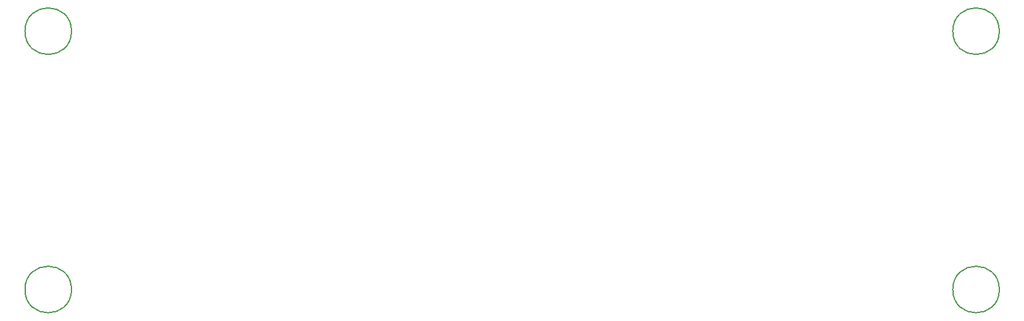
<source format=gbr>
%TF.GenerationSoftware,KiCad,Pcbnew,8.0.6*%
%TF.CreationDate,2025-01-03T23:12:36-08:00*%
%TF.ProjectId,MEP-MAXI-85V-1-REV-2-Sensor-Test-Jig,4d45502d-4d41-4584-992d-3835562d312d,X1*%
%TF.SameCoordinates,Original*%
%TF.FileFunction,Other,Comment*%
%FSLAX46Y46*%
G04 Gerber Fmt 4.6, Leading zero omitted, Abs format (unit mm)*
G04 Created by KiCad (PCBNEW 8.0.6) date 2025-01-03 23:12:36*
%MOMM*%
%LPD*%
G01*
G04 APERTURE LIST*
%ADD10C,0.150000*%
G04 APERTURE END LIST*
D10*
%TO.C,H101*%
X73200000Y-94000000D02*
G75*
G02*
X66800000Y-94000000I-3200000J0D01*
G01*
X66800000Y-94000000D02*
G75*
G02*
X73200000Y-94000000I3200000J0D01*
G01*
%TO.C,H103*%
X200700000Y-129500000D02*
G75*
G02*
X194300000Y-129500000I-3200000J0D01*
G01*
X194300000Y-129500000D02*
G75*
G02*
X200700000Y-129500000I3200000J0D01*
G01*
%TO.C,H104*%
X73200000Y-129500000D02*
G75*
G02*
X66800000Y-129500000I-3200000J0D01*
G01*
X66800000Y-129500000D02*
G75*
G02*
X73200000Y-129500000I3200000J0D01*
G01*
%TO.C,H102*%
X200700000Y-94000000D02*
G75*
G02*
X194300000Y-94000000I-3200000J0D01*
G01*
X194300000Y-94000000D02*
G75*
G02*
X200700000Y-94000000I3200000J0D01*
G01*
%TD*%
M02*

</source>
